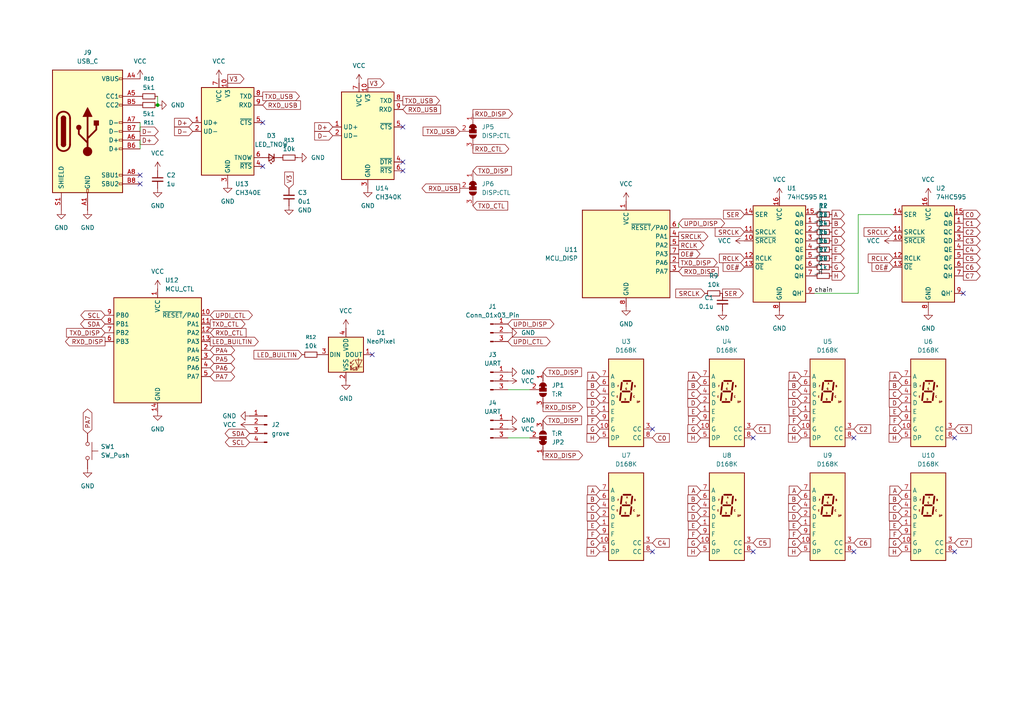
<source format=kicad_sch>
(kicad_sch (version 20250114) (generator "eeschema") (generator_version "9.0")
  (paper "A4")
  (lib_symbols
    (symbol "74xx:74HC595"
      (property "Reference" "U" (at -7.62 13.97 0))
      (property "Value" "74HC595" (at -7.62 -16.51 0))
      (symbol "74HC595_1_0"
        (pin input line (at -10.16 10.16 0) (length 2.54) (name "SER") (number "14"))
        (pin input line (at -10.16 5.08 0) (length 2.54) (name "SRCLK") (number "11"))
        (pin input line (at -10.16 2.54 0) (length 2.54) (name "~{SRCLR}") (number "10"))
        (pin input line (at -10.16 -2.54 0) (length 2.54) (name "RCLK") (number "12"))
        (pin input line (at -10.16 -5.08 0) (length 2.54) (name "~{OE}") (number "13"))
        (pin power_in line (at 0 15.24 270) (length 2.54) (name "VCC") (number "16"))
        (pin power_in line (at 0 -17.78 90) (length 2.54) (name "GND") (number "8"))
        (pin tri_state line (at 10.16 10.16 180) (length 2.54) (name "QA") (number "15"))
        (pin tri_state line (at 10.16 7.62 180) (length 2.54) (name "QB") (number "1"))
        (pin tri_state line (at 10.16 5.08 180) (length 2.54) (name "QC") (number "2"))
        (pin tri_state line (at 10.16 2.54 180) (length 2.54) (name "QD") (number "3"))
        (pin tri_state line (at 10.16 0 180) (length 2.54) (name "QE") (number "4"))
        (pin tri_state line (at 10.16 -2.54 180) (length 2.54) (name "QF") (number "5"))
        (pin tri_state line (at 10.16 -5.08 180) (length 2.54) (name "QG") (number "6"))
        (pin tri_state line (at 10.16 -7.62 180) (length 2.54) (name "QH") (number "7"))
        (pin output line (at 10.16 -12.7 180) (length 2.54) (name "QH'") (number "9"))
      )
    )
    (symbol "Connector:Conn_01x03_Pin" (pin_names (offset 1.016) (hide yes))
      (property "Reference" "J" (at 0 5.08 0))
      (property "Value" "Conn_01x03_Pin" (at 0 -5.08 0))
      (symbol "Conn_01x03_Pin_1_1"
        (pin passive line (at 5.08 2.54 180) (length 3.81) (name "Pin_1") (number "1"))
        (pin passive line (at 5.08 0 180) (length 3.81) (name "Pin_2") (number "2"))
        (pin passive line (at 5.08 -2.54 180) (length 3.81) (name "Pin_3") (number "3"))
      )
    )
    (symbol "Connector:Conn_01x04_Pin" (pin_names (offset 1.016) (hide yes))
      (property "Reference" "J" (at 0 5.08 0))
      (property "Value" "Conn_01x04_Pin" (at 0 -7.62 0))
      (symbol "Conn_01x04_Pin_1_1"
        (pin passive line (at 5.08 2.54 180) (length 3.81) (name "Pin_1") (number "1"))
        (pin passive line (at 5.08 0 180) (length 3.81) (name "Pin_2") (number "2"))
        (pin passive line (at 5.08 -2.54 180) (length 3.81) (name "Pin_3") (number "3"))
        (pin passive line (at 5.08 -5.08 180) (length 3.81) (name "Pin_4") (number "4"))
      )
    )
    (symbol "Connector:USB_C_Receptacle_USB2.0_16P" (pin_names (offset 1.016))
      (property "Reference" "J" (at 0 22.225 0))
      (property "Value" "USB_C_Receptacle_USB2.0_16P" (at 0 19.685 0))
      (symbol "USB_C_Receptacle_USB2.0_16P_1_1"
        (pin passive line (at -7.62 -22.86 90) (length 5.08) (name "SHIELD") (number "S1"))
        (pin passive line (at 0 -22.86 90) (length 5.08) (name "GND") (number "A1"))
        (pin passive line (at 0 -22.86 90) (length 5.08) (hide yes) (name "GND") (number "A12"))
        (pin passive line (at 0 -22.86 90) (length 5.08) (hide yes) (name "GND") (number "B1"))
        (pin passive line (at 0 -22.86 90) (length 5.08) (hide yes) (name "GND") (number "B12"))
        (pin passive line (at 15.24 15.24 180) (length 5.08) (name "VBUS") (number "A4"))
        (pin passive line (at 15.24 15.24 180) (length 5.08) (hide yes) (name "VBUS") (number "A9"))
        (pin passive line (at 15.24 15.24 180) (length 5.08) (hide yes) (name "VBUS") (number "B4"))
        (pin passive line (at 15.24 15.24 180) (length 5.08) (hide yes) (name "VBUS") (number "B9"))
        (pin bidirectional line (at 15.24 10.16 180) (length 5.08) (name "CC1") (number "A5"))
        (pin bidirectional line (at 15.24 7.62 180) (length 5.08) (name "CC2") (number "B5"))
        (pin bidirectional line (at 15.24 2.54 180) (length 5.08) (name "D-") (number "A7"))
        (pin bidirectional line (at 15.24 0 180) (length 5.08) (name "D-") (number "B7"))
        (pin bidirectional line (at 15.24 -2.54 180) (length 5.08) (name "D+") (number "A6"))
        (pin bidirectional line (at 15.24 -5.08 180) (length 5.08) (name "D+") (number "B6"))
        (pin bidirectional line (at 15.24 -12.7 180) (length 5.08) (name "SBU1") (number "A8"))
        (pin bidirectional line (at 15.24 -15.24 180) (length 5.08) (name "SBU2") (number "B8"))
      )
    )
    (symbol "Device:C_Small" (pin_numbers (hide yes)) (pin_names (offset 0.254) (hide yes))
      (property "Reference" "C" (at 0.254 1.778 0))
      (property "Value" "C_Small" (at 0.254 -2.032 0))
      (symbol "C_Small_1_1"
        (pin passive line (at 0 2.54 270) (length 2.032) (name "~") (number "1"))
        (pin passive line (at 0 -2.54 90) (length 2.032) (name "~") (number "2"))
      )
    )
    (symbol "Device:LED_Small" (pin_numbers (hide yes)) (pin_names (offset 0.254) (hide yes))
      (property "Reference" "D" (at -1.27 3.175 0))
      (property "Value" "LED_Small" (at -4.445 -2.54 0))
      (symbol "LED_Small_1_1"
        (pin passive line (at -2.54 0 0) (length 1.778) (name "K") (number "1"))
        (pin passive line (at 2.54 0 180) (length 1.778) (name "A") (number "2"))
      )
    )
    (symbol "Device:R_Small" (pin_numbers (hide yes)) (pin_names (offset 0.254) (hide yes))
      (property "Reference" "R" (at 0.762 0.508 0))
      (property "Value" "R_Small" (at 0.762 -1.016 0))
      (symbol "R_Small_1_1"
        (pin passive line (at 0 2.54 270) (length 0.762) (name "~") (number "1"))
        (pin passive line (at 0 -2.54 90) (length 0.762) (name "~") (number "2"))
      )
    )
    (symbol "Display_Character:D168K"
      (property "Reference" "U" (at -2.54 13.97 0))
      (property "Value" "D168K" (at 1.27 13.97 0))
      (symbol "D168K_0_0"
        (text "E" (at -2.54 1.778 0) (effects (font (size 0.508 0.508))))
        (text "F" (at -2.286 4.826 0) (effects (font (size 0.508 0.508))))
        (text "D" (at -0.254 1.016 0) (effects (font (size 0.508 0.508))))
        (text "G" (at 0 4.064 0) (effects (font (size 0.508 0.508))))
        (text "A" (at 0.254 5.588 0) (effects (font (size 0.508 0.508))))
        (text "C" (at 2.286 1.778 0) (effects (font (size 0.508 0.508))))
        (text "B" (at 2.54 4.826 0) (effects (font (size 0.508 0.508))))
        (text "DP" (at 3.556 0.254 0) (effects (font (size 0.508 0.508))))
      )
      (symbol "D168K_1_1"
        (pin input line (at -7.62 7.62 0) (length 2.54) (name "A") (number "7"))
        (pin input line (at -7.62 5.08 0) (length 2.54) (name "B") (number "6"))
        (pin input line (at -7.62 2.54 0) (length 2.54) (name "C") (number "4"))
        (pin input line (at -7.62 0 0) (length 2.54) (name "D") (number "2"))
        (pin input line (at -7.62 -2.54 0) (length 2.54) (name "E") (number "1"))
        (pin input line (at -7.62 -5.08 0) (length 2.54) (name "F") (number "9"))
        (pin input line (at -7.62 -7.62 0) (length 2.54) (name "G") (number "10"))
        (pin input line (at -7.62 -10.16 0) (length 2.54) (name "DP") (number "5"))
        (pin input line (at 7.62 -7.62 180) (length 2.54) (name "CC") (number "3"))
        (pin input line (at 7.62 -10.16 180) (length 2.54) (name "CC") (number "8"))
      )
    )
    (symbol "Interface_USB:CH340E"
      (property "Reference" "U" (at -5.08 13.97 0))
      (property "Value" "CH340E" (at 1.27 13.97 0))
      (symbol "CH340E_1_1"
        (pin bidirectional line (at -10.16 2.54 0) (length 2.54) (name "UD+") (number "1"))
        (pin bidirectional line (at -10.16 0 0) (length 2.54) (name "UD-") (number "2"))
        (pin power_in line (at -2.54 15.24 270) (length 2.54) (name "VCC") (number "7"))
        (pin power_out line (at 0 15.24 270) (length 2.54) (name "V3") (number "10"))
        (pin power_in line (at 0 -15.24 90) (length 2.54) (name "GND") (number "3"))
        (pin output line (at 10.16 10.16 180) (length 2.54) (name "TXD") (number "8"))
        (pin input line (at 10.16 7.62 180) (length 2.54) (name "RXD") (number "9"))
        (pin input line (at 10.16 2.54 180) (length 2.54) (name "~{CTS}") (number "5"))
        (pin output line (at 10.16 -7.62 180) (length 2.54) (name "TNOW") (number "6"))
        (pin output line (at 10.16 -10.16 180) (length 2.54) (name "~{RTS}") (number "4"))
      )
    )
    (symbol "Interface_USB:CH340K"
      (property "Reference" "U14" (at 2.1433 -15.24 0))
      (property "Value" "CH340K" (at 2.1433 -17.78 0))
      (symbol "CH340K_1_1"
        (pin bidirectional line (at -10.16 2.54 0) (length 2.54) (name "UD+") (number "1"))
        (pin bidirectional line (at -10.16 0 0) (length 2.54) (name "UD-") (number "2"))
        (pin power_in line (at -2.54 15.24 270) (length 2.54) (name "VCC") (number "7"))
        (pin passive line (at 0 15.24 270) (length 2.54) (name "V3") (number "10"))
        (pin power_in line (at 0 -15.24 90) (length 2.54) (name "GND") (number "3"))
        (pin output line (at 10.16 10.16 180) (length 2.54) (name "TXD") (number "8"))
        (pin input line (at 10.16 7.62 180) (length 2.54) (name "RXD") (number "9"))
        (pin input line (at 10.16 2.54 180) (length 2.54) (name "~{CTS}") (number "5"))
        (pin output line (at 10.16 -7.62 180) (length 2.54) (name "~{DTR}") (number "4"))
        (pin output line (at 10.16 -10.16 180) (length 2.54) (name "~{RTS}") (number "6"))
      )
    )
    (symbol "Jumper:SolderJumper_3_Bridged12" (pin_names (offset 0) (hide yes)) (in_bom no)
      (property "Reference" "JP" (at -2.54 -2.54 0))
      (property "Value" "SolderJumper_3_Bridged12" (at 0 2.794 0))
      (symbol "SolderJumper_3_Bridged12_1_1"
        (pin passive line (at -5.08 0 0) (length 2.54) (name "A") (number "1"))
        (pin passive line (at 0 -3.81 90) (length 2.54) (name "C") (number "2"))
        (pin passive line (at 5.08 0 180) (length 2.54) (name "B") (number "3"))
      )
    )
    (symbol "LED:WS2812B-2020" (pin_names (offset 0.254))
      (property "Reference" "D" (at 5.08 5.715 0))
      (property "Value" "WS2812B-2020" (at 1.27 -5.715 0))
      (symbol "WS2812B-2020_0_0"
        (text "RGB" (at 2.286 -4.191 0) (effects (font (size 0.762 0.762))))
      )
      (symbol "WS2812B-2020_1_1"
        (pin input line (at -7.62 0 0) (length 2.54) (name "DIN") (number "3"))
        (pin power_in line (at 0 7.62 270) (length 2.54) (name "VDD") (number "4"))
        (pin power_in line (at 0 -7.62 90) (length 2.54) (name "VSS") (number "2"))
        (pin output line (at 7.62 0 180) (length 2.54) (name "DOUT") (number "1"))
      )
    )
    (symbol "MCU_Microchip_ATtiny:ATtiny1604-SS"
      (property "Reference" "U" (at -12.7 16.51 0))
      (property "Value" "ATtiny1604-SS" (at 2.54 -16.51 0))
      (symbol "ATtiny1604-SS_1_1"
        (pin bidirectional line (at -15.24 10.16 0) (length 2.54) (name "PB0") (number "9"))
        (pin bidirectional line (at -15.24 7.62 0) (length 2.54) (name "PB1") (number "8"))
        (pin bidirectional line (at -15.24 5.08 0) (length 2.54) (name "PB2") (number "7"))
        (pin bidirectional line (at -15.24 2.54 0) (length 2.54) (name "PB3") (number "6"))
        (pin power_in line (at 0 17.78 270) (length 2.54) (name "VCC") (number "1"))
        (pin power_in line (at 0 -17.78 90) (length 2.54) (name "GND") (number "14"))
        (pin bidirectional line (at 15.24 10.16 180) (length 2.54) (name "~{RESET}/PA0") (number "10"))
        (pin bidirectional line (at 15.24 7.62 180) (length 2.54) (name "PA1") (number "11"))
        (pin bidirectional line (at 15.24 5.08 180) (length 2.54) (name "PA2") (number "12"))
        (pin bidirectional line (at 15.24 2.54 180) (length 2.54) (name "PA3") (number "13"))
        (pin bidirectional line (at 15.24 0 180) (length 2.54) (name "PA4") (number "2"))
        (pin bidirectional line (at 15.24 -2.54 180) (length 2.54) (name "PA5") (number "3"))
        (pin bidirectional line (at 15.24 -5.08 180) (length 2.54) (name "PA6") (number "4"))
        (pin bidirectional line (at 15.24 -7.62 180) (length 2.54) (name "PA7") (number "5"))
      )
    )
    (symbol "MCU_Microchip_ATtiny:ATtiny402-SS"
      (property "Reference" "U" (at -12.7 13.97 0))
      (property "Value" "ATtiny402-SS" (at 2.54 -13.97 0))
      (symbol "ATtiny402-SS_1_1"
        (pin power_in line (at 0 15.24 270) (length 2.54) (name "VCC") (number "1"))
        (pin power_in line (at 0 -15.24 90) (length 2.54) (name "GND") (number "8"))
        (pin bidirectional line (at 15.24 7.62 180) (length 2.54) (name "~{RESET}/PA0") (number "6"))
        (pin bidirectional line (at 15.24 5.08 180) (length 2.54) (name "PA1") (number "4"))
        (pin bidirectional line (at 15.24 2.54 180) (length 2.54) (name "PA2") (number "5"))
        (pin bidirectional line (at 15.24 0 180) (length 2.54) (name "PA3") (number "7"))
        (pin bidirectional line (at 15.24 -2.54 180) (length 2.54) (name "PA6") (number "2"))
        (pin bidirectional line (at 15.24 -5.08 180) (length 2.54) (name "PA7") (number "3"))
      )
    )
    (symbol "R_Small_1" (pin_numbers (hide yes)) (pin_names (offset 0.254) (hide yes))
      (property "Reference" "R" (at 0 0 90))
      (property "Value" "R_Small" (at 1.778 0 90))
      (symbol "R_Small_1_1_1"
        (pin passive line (at 0 2.54 270) (length 0.762) (name "~") (number "1"))
        (pin passive line (at 0 -2.54 90) (length 0.762) (name "~") (number "2"))
      )
    )
    (symbol "R_Small_2" (pin_numbers (hide yes)) (pin_names (offset 0.254) (hide yes))
      (property "Reference" "R" (at 0 0 90))
      (property "Value" "R_Small" (at 1.778 0 90))
      (symbol "R_Small_2_1_1"
        (pin passive line (at 0 2.54 270) (length 0.762) (name "~") (number "1"))
        (pin passive line (at 0 -2.54 90) (length 0.762) (name "~") (number "2"))
      )
    )
    (symbol "Switch:SW_Push" (pin_numbers (hide yes)) (pin_names (offset 1.016) (hide yes))
      (property "Reference" "SW" (at 1.27 2.54 0))
      (property "Value" "SW_Push" (at 0 -1.524 0))
      (symbol "SW_Push_0_1"
        (pin passive line (at -5.08 0 0) (length 2.54) (name "1") (number "1"))
        (pin passive line (at 5.08 0 180) (length 2.54) (name "2") (number "2"))
      )
    )
    (symbol "power:GND" (power) (pin_numbers (hide yes)) (pin_names (offset 0) (hide yes))
      (property "Value" "GND" (at 0 -3.81 0))
      (symbol "GND_1_1"
        (pin power_in line (at 0 0 270) (length 0) (name "~") (number "1"))
      )
    )
    (symbol "power:VCC" (power) (pin_numbers (hide yes)) (pin_names (offset 0) (hide yes))
      (property "Value" "VCC" (at 0 3.556 0))
      (symbol "VCC_1_1"
        (pin power_in line (at 0 0 90) (length 0) (name "~") (number "1"))
      )
    )
  )
  (junction (at 45.72 30.48))
  (no_connect (at 116.84 46.99))
  (no_connect (at 116.84 36.83))
  (no_connect (at 218.44 127))
  (no_connect (at 189.23 160.02))
  (no_connect (at 116.84 49.53))
  (no_connect (at 276.86 127))
  (no_connect (at 76.2 48.26))
  (no_connect (at 247.65 160.02))
  (no_connect (at 279.4 85.09))
  (no_connect (at 76.2 35.56))
  (no_connect (at 40.64 50.8))
  (no_connect (at 247.65 127))
  (no_connect (at 40.64 53.34))
  (no_connect (at 189.23 124.46))
  (no_connect (at 276.86 160.02))
  (no_connect (at 107.95 102.87))
  (no_connect (at 218.44 160.02))
  (wire (pts (xy 196.85 64.77) (xy 196.85 66.04)))
  (wire (pts (xy 45.72 27.94) (xy 45.72 30.48)))
  (wire (pts (xy 147.32 113.03) (xy 153.67 113.03)))
  (wire (pts (xy 259.08 62.23) (xy 248.92 62.23)))
  (wire (pts (xy 147.32 127) (xy 153.67 127)))
  (wire (pts (xy 236.22 85.09) (xy 248.92 85.09)))
  (wire (pts (xy 40.64 35.56) (xy 40.64 38.1)))
  (wire (pts (xy 248.92 62.23) (xy 248.92 85.09)))
  (wire (pts (xy 40.64 40.64) (xy 40.64 43.18)))
  (label "_A" (at 236.22 62.23 0))
  (label "_D" (at 236.22 69.85 0))
  (label "_G" (at 236.22 77.47 0))
  (label "_C" (at 236.22 67.31 0))
  (label "_F" (at 236.22 74.93 0))
  (label "chain" (at 236.22 85.09 0))
  (label "_E" (at 236.22 72.39 0))
  (label "_B" (at 236.22 64.77 0))
  (label "_H" (at 236.22 80.01 0))
  (global_label "C" (shape input) (at 261.62 114.3 180) (property "Intersheetrefs" "${INTERSHEET_REFS}" (effects (hide yes))))
  (global_label "E" (shape output) (at 241.3 72.39 0) (property "Intersheetrefs" "${INTERSHEET_REFS}" (effects (hide yes))))
  (global_label "C3" (shape input) (at 276.86 124.46 0) (property "Intersheetrefs" "${INTERSHEET_REFS}" (effects (hide yes))))
  (global_label "G" (shape input) (at 173.99 157.48 180) (property "Intersheetrefs" "${INTERSHEET_REFS}" (effects (hide yes))))
  (global_label "G" (shape input) (at 203.2 157.48 180) (property "Intersheetrefs" "${INTERSHEET_REFS}" (effects (hide yes))))
  (global_label "C" (shape output) (at 241.3 67.31 0) (property "Intersheetrefs" "${INTERSHEET_REFS}" (effects (hide yes))))
  (global_label "OE#" (shape input) (at 259.08 77.47 180) (property "Intersheetrefs" "${INTERSHEET_REFS}" (effects (hide yes))))
  (global_label "TXD_DISP" (shape input) (at 157.48 121.92 0) (property "Intersheetrefs" "${INTERSHEET_REFS}" (effects (hide yes))))
  (global_label "H" (shape output) (at 241.3 80.01 0) (property "Intersheetrefs" "${INTERSHEET_REFS}" (effects (hide yes))))
  (global_label "H" (shape input) (at 173.99 127 180) (property "Intersheetrefs" "${INTERSHEET_REFS}" (effects (hide yes))))
  (global_label "C2" (shape output) (at 279.4 67.31 0) (property "Intersheetrefs" "${INTERSHEET_REFS}" (effects (hide yes))))
  (global_label "TXD_USB" (shape input) (at 133.35 38.1 180) (property "Intersheetrefs" "${INTERSHEET_REFS}" (effects (hide yes))))
  (global_label "G" (shape input) (at 203.2 124.46 180) (property "Intersheetrefs" "${INTERSHEET_REFS}" (effects (hide yes))))
  (global_label "C1" (shape output) (at 279.4 64.77 0) (property "Intersheetrefs" "${INTERSHEET_REFS}" (effects (hide yes))))
  (global_label "E" (shape input) (at 232.41 119.38 180) (property "Intersheetrefs" "${INTERSHEET_REFS}" (effects (hide yes))))
  (global_label "D+" (shape output) (at 40.64 40.64 0) (property "Intersheetrefs" "${INTERSHEET_REFS}" (effects (hide yes))))
  (global_label "RXD_DISP" (shape output) (at 157.48 132.08 0) (property "Intersheetrefs" "${INTERSHEET_REFS}" (effects (hide yes))))
  (global_label "LED_BUILTIN" (shape output) (at 60.96 99.06 0) (property "Intersheetrefs" "${INTERSHEET_REFS}" (effects (hide yes))))
  (global_label "V3" (shape output) (at 66.04 22.86 0) (property "Intersheetrefs" "${INTERSHEET_REFS}" (effects (hide yes))))
  (global_label "C6" (shape output) (at 279.4 77.47 0) (property "Intersheetrefs" "${INTERSHEET_REFS}" (effects (hide yes))))
  (global_label "UPDI_CTL" (shape bidirectional) (at 147.32 99.06 0) (property "Intersheetrefs" "${INTERSHEET_REFS}" (effects (hide yes))))
  (global_label "D-" (shape input) (at 96.52 39.37 180) (property "Intersheetrefs" "${INTERSHEET_REFS}" (effects (hide yes))))
  (global_label "E" (shape input) (at 173.99 152.4 180) (property "Intersheetrefs" "${INTERSHEET_REFS}" (effects (hide yes))))
  (global_label "C1" (shape input) (at 218.44 124.46 0) (property "Intersheetrefs" "${INTERSHEET_REFS}" (effects (hide yes))))
  (global_label "RXD_USB" (shape input) (at 116.84 31.75 0) (property "Intersheetrefs" "${INTERSHEET_REFS}" (effects (hide yes))))
  (global_label "TXD_DISP" (shape input) (at 157.48 107.95 0) (property "Intersheetrefs" "${INTERSHEET_REFS}" (effects (hide yes))))
  (global_label "H" (shape input) (at 261.62 160.02 180) (property "Intersheetrefs" "${INTERSHEET_REFS}" (effects (hide yes))))
  (global_label "SER" (shape input) (at 215.9 62.23 180) (property "Intersheetrefs" "${INTERSHEET_REFS}" (effects (hide yes))))
  (global_label "SER" (shape output) (at 209.55 85.09 0) (property "Intersheetrefs" "${INTERSHEET_REFS}" (effects (hide yes))))
  (global_label "RCLK" (shape input) (at 259.08 74.93 180) (property "Intersheetrefs" "${INTERSHEET_REFS}" (effects (hide yes))))
  (global_label "C2" (shape input) (at 247.65 124.46 0) (property "Intersheetrefs" "${INTERSHEET_REFS}" (effects (hide yes))))
  (global_label "B" (shape input) (at 232.41 144.78 180) (property "Intersheetrefs" "${INTERSHEET_REFS}" (effects (hide yes))))
  (global_label "B" (shape input) (at 261.62 144.78 180) (property "Intersheetrefs" "${INTERSHEET_REFS}" (effects (hide yes))))
  (global_label "V3" (shape input) (at 83.82 54.61 90) (property "Intersheetrefs" "${INTERSHEET_REFS}" (effects (hide yes))))
  (global_label "D" (shape input) (at 173.99 116.84 180) (property "Intersheetrefs" "${INTERSHEET_REFS}" (effects (hide yes))))
  (global_label "C" (shape input) (at 203.2 147.32 180) (property "Intersheetrefs" "${INTERSHEET_REFS}" (effects (hide yes))))
  (global_label "C5" (shape input) (at 218.44 157.48 0) (property "Intersheetrefs" "${INTERSHEET_REFS}" (effects (hide yes))))
  (global_label "G" (shape output) (at 241.3 77.47 0) (property "Intersheetrefs" "${INTERSHEET_REFS}" (effects (hide yes))))
  (global_label "B" (shape input) (at 232.41 111.76 180) (property "Intersheetrefs" "${INTERSHEET_REFS}" (effects (hide yes))))
  (global_label "RXD_USB" (shape output) (at 133.35 54.61 180) (property "Intersheetrefs" "${INTERSHEET_REFS}" (effects (hide yes))))
  (global_label "TXD_DISP" (shape output) (at 196.85 76.2 0) (property "Intersheetrefs" "${INTERSHEET_REFS}" (effects (hide yes))))
  (global_label "G" (shape input) (at 261.62 124.46 180) (property "Intersheetrefs" "${INTERSHEET_REFS}" (effects (hide yes))))
  (global_label "F" (shape input) (at 203.2 121.92 180) (property "Intersheetrefs" "${INTERSHEET_REFS}" (effects (hide yes))))
  (global_label "UPDI_DISP" (shape bidirectional) (at 147.32 93.98 0) (property "Intersheetrefs" "${INTERSHEET_REFS}" (effects (hide yes))))
  (global_label "D" (shape input) (at 203.2 149.86 180) (property "Intersheetrefs" "${INTERSHEET_REFS}" (effects (hide yes))))
  (global_label "D+" (shape input) (at 96.52 36.83 180) (property "Intersheetrefs" "${INTERSHEET_REFS}" (effects (hide yes))))
  (global_label "D" (shape input) (at 261.62 149.86 180) (property "Intersheetrefs" "${INTERSHEET_REFS}" (effects (hide yes))))
  (global_label "C" (shape input) (at 261.62 147.32 180) (property "Intersheetrefs" "${INTERSHEET_REFS}" (effects (hide yes))))
  (global_label "D-" (shape output) (at 40.64 38.1 0) (property "Intersheetrefs" "${INTERSHEET_REFS}" (effects (hide yes))))
  (global_label "RCLK" (shape output) (at 196.85 71.12 0) (property "Intersheetrefs" "${INTERSHEET_REFS}" (effects (hide yes))))
  (global_label "C" (shape input) (at 203.2 114.3 180) (property "Intersheetrefs" "${INTERSHEET_REFS}" (effects (hide yes))))
  (global_label "TXD_USB" (shape output) (at 76.2 27.94 0) (property "Intersheetrefs" "${INTERSHEET_REFS}" (effects (hide yes))))
  (global_label "A" (shape input) (at 232.41 142.24 180) (property "Intersheetrefs" "${INTERSHEET_REFS}" (effects (hide yes))))
  (global_label "RXD_USB" (shape input) (at 76.2 30.48 0) (property "Intersheetrefs" "${INTERSHEET_REFS}" (effects (hide yes))))
  (global_label "B" (shape input) (at 173.99 111.76 180) (property "Intersheetrefs" "${INTERSHEET_REFS}" (effects (hide yes))))
  (global_label "PA6" (shape bidirectional) (at 60.96 106.68 0) (property "Intersheetrefs" "${INTERSHEET_REFS}" (effects (hide yes))))
  (global_label "RXD_DISP" (shape output) (at 137.16 33.02 0) (property "Intersheetrefs" "${INTERSHEET_REFS}" (effects (hide yes))))
  (global_label "UPDI_CTL" (shape bidirectional) (at 60.96 91.44 0) (property "Intersheetrefs" "${INTERSHEET_REFS}" (effects (hide yes))))
  (global_label "TXD_DISP" (shape input) (at 137.16 49.53 0) (property "Intersheetrefs" "${INTERSHEET_REFS}" (effects (hide yes))))
  (global_label "SDA" (shape bidirectional) (at 30.48 93.98 180) (property "Intersheetrefs" "${INTERSHEET_REFS}" (effects (hide yes))))
  (global_label "D-" (shape input) (at 55.88 38.1 180) (property "Intersheetrefs" "${INTERSHEET_REFS}" (effects (hide yes))))
  (global_label "E" (shape input) (at 261.62 152.4 180) (property "Intersheetrefs" "${INTERSHEET_REFS}" (effects (hide yes))))
  (global_label "PA4" (shape bidirectional) (at 60.96 101.6 0) (property "Intersheetrefs" "${INTERSHEET_REFS}" (effects (hide yes))))
  (global_label "RXD_DISP" (shape output) (at 157.48 118.11 0) (property "Intersheetrefs" "${INTERSHEET_REFS}" (effects (hide yes))))
  (global_label "RCLK" (shape input) (at 215.9 74.93 180) (property "Intersheetrefs" "${INTERSHEET_REFS}" (effects (hide yes))))
  (global_label "D+" (shape input) (at 55.88 35.56 180) (property "Intersheetrefs" "${INTERSHEET_REFS}" (effects (hide yes))))
  (global_label "TXD_USB" (shape output) (at 116.84 29.21 0) (property "Intersheetrefs" "${INTERSHEET_REFS}" (effects (hide yes))))
  (global_label "D" (shape input) (at 232.41 116.84 180) (property "Intersheetrefs" "${INTERSHEET_REFS}" (effects (hide yes))))
  (global_label "F" (shape output) (at 241.3 74.93 0) (property "Intersheetrefs" "${INTERSHEET_REFS}" (effects (hide yes))))
  (global_label "C4" (shape output) (at 279.4 72.39 0) (property "Intersheetrefs" "${INTERSHEET_REFS}" (effects (hide yes))))
  (global_label "H" (shape input) (at 232.41 160.02 180) (property "Intersheetrefs" "${INTERSHEET_REFS}" (effects (hide yes))))
  (global_label "H" (shape input) (at 232.41 127 180) (property "Intersheetrefs" "${INTERSHEET_REFS}" (effects (hide yes))))
  (global_label "F" (shape input) (at 232.41 154.94 180) (property "Intersheetrefs" "${INTERSHEET_REFS}" (effects (hide yes))))
  (global_label "PA7" (shape bidirectional) (at 60.96 109.22 0) (property "Intersheetrefs" "${INTERSHEET_REFS}" (effects (hide yes))))
  (global_label "A" (shape input) (at 203.2 109.22 180) (property "Intersheetrefs" "${INTERSHEET_REFS}" (effects (hide yes))))
  (global_label "SDA" (shape bidirectional) (at 72.39 125.73 180) (property "Intersheetrefs" "${INTERSHEET_REFS}" (effects (hide yes))))
  (global_label "D" (shape input) (at 173.99 149.86 180) (property "Intersheetrefs" "${INTERSHEET_REFS}" (effects (hide yes))))
  (global_label "SRCLK" (shape input) (at 204.47 85.09 180) (property "Intersheetrefs" "${INTERSHEET_REFS}" (effects (hide yes))))
  (global_label "B" (shape output) (at 241.3 64.77 0) (property "Intersheetrefs" "${INTERSHEET_REFS}" (effects (hide yes))))
  (global_label "C" (shape input) (at 173.99 114.3 180) (property "Intersheetrefs" "${INTERSHEET_REFS}" (effects (hide yes))))
  (global_label "RXD_CTL" (shape input) (at 60.96 96.52 0) (property "Intersheetrefs" "${INTERSHEET_REFS}" (effects (hide yes))))
  (global_label "E" (shape input) (at 261.62 119.38 180) (property "Intersheetrefs" "${INTERSHEET_REFS}" (effects (hide yes))))
  (global_label "C5" (shape output) (at 279.4 74.93 0) (property "Intersheetrefs" "${INTERSHEET_REFS}" (effects (hide yes))))
  (global_label "RXD_CTL" (shape output) (at 137.16 43.18 0) (property "Intersheetrefs" "${INTERSHEET_REFS}" (effects (hide yes))))
  (global_label "C0" (shape input) (at 189.23 127 0) (property "Intersheetrefs" "${INTERSHEET_REFS}" (effects (hide yes))))
  (global_label "F" (shape input) (at 232.41 121.92 180) (property "Intersheetrefs" "${INTERSHEET_REFS}" (effects (hide yes))))
  (global_label "E" (shape input) (at 173.99 119.38 180) (property "Intersheetrefs" "${INTERSHEET_REFS}" (effects (hide yes))))
  (global_label "SRCLK" (shape input) (at 215.9 67.31 180) (property "Intersheetrefs" "${INTERSHEET_REFS}" (effects (hide yes))))
  (global_label "A" (shape output) (at 241.3 62.23 0) (property "Intersheetrefs" "${INTERSHEET_REFS}" (effects (hide yes))))
  (global_label "C7" (shape output) (at 279.4 80.01 0) (property "Intersheetrefs" "${INTERSHEET_REFS}" (effects (hide yes))))
  (global_label "A" (shape input) (at 173.99 109.22 180) (property "Intersheetrefs" "${INTERSHEET_REFS}" (effects (hide yes))))
  (global_label "C" (shape input) (at 232.41 147.32 180) (property "Intersheetrefs" "${INTERSHEET_REFS}" (effects (hide yes))))
  (global_label "D" (shape output) (at 241.3 69.85 0) (property "Intersheetrefs" "${INTERSHEET_REFS}" (effects (hide yes))))
  (global_label "F" (shape input) (at 203.2 154.94 180) (property "Intersheetrefs" "${INTERSHEET_REFS}" (effects (hide yes))))
  (global_label "A" (shape input) (at 261.62 109.22 180) (property "Intersheetrefs" "${INTERSHEET_REFS}" (effects (hide yes))))
  (global_label "SCL" (shape bidirectional) (at 30.48 91.44 180) (property "Intersheetrefs" "${INTERSHEET_REFS}" (effects (hide yes))))
  (global_label "D" (shape input) (at 203.2 116.84 180) (property "Intersheetrefs" "${INTERSHEET_REFS}" (effects (hide yes))))
  (global_label "C6" (shape input) (at 247.65 157.48 0) (property "Intersheetrefs" "${INTERSHEET_REFS}" (effects (hide yes))))
  (global_label "E" (shape input) (at 232.41 152.4 180) (property "Intersheetrefs" "${INTERSHEET_REFS}" (effects (hide yes))))
  (global_label "H" (shape input) (at 203.2 127 180) (property "Intersheetrefs" "${INTERSHEET_REFS}" (effects (hide yes))))
  (global_label "A" (shape input) (at 203.2 142.24 180) (property "Intersheetrefs" "${INTERSHEET_REFS}" (effects (hide yes))))
  (global_label "TXD_CTL" (shape input) (at 137.16 59.69 0) (property "Intersheetrefs" "${INTERSHEET_REFS}" (effects (hide yes))))
  (global_label "H" (shape input) (at 261.62 127 180) (property "Intersheetrefs" "${INTERSHEET_REFS}" (effects (hide yes))))
  (global_label "D" (shape input) (at 232.41 149.86 180) (property "Intersheetrefs" "${INTERSHEET_REFS}" (effects (hide yes))))
  (global_label "B" (shape input) (at 203.2 111.76 180) (property "Intersheetrefs" "${INTERSHEET_REFS}" (effects (hide yes))))
  (global_label "C4" (shape input) (at 189.23 157.48 0) (property "Intersheetrefs" "${INTERSHEET_REFS}" (effects (hide yes))))
  (global_label "E" (shape input) (at 203.2 152.4 180) (property "Intersheetrefs" "${INTERSHEET_REFS}" (effects (hide yes))))
  (global_label "RXD_DISP" (shape output) (at 30.48 99.06 180) (property "Intersheetrefs" "${INTERSHEET_REFS}" (effects (hide yes))))
  (global_label "OE#" (shape input) (at 215.9 77.47 180) (property "Intersheetrefs" "${INTERSHEET_REFS}" (effects (hide yes))))
  (global_label "G" (shape input) (at 232.41 157.48 180) (property "Intersheetrefs" "${INTERSHEET_REFS}" (effects (hide yes))))
  (global_label "E" (shape input) (at 203.2 119.38 180) (property "Intersheetrefs" "${INTERSHEET_REFS}" (effects (hide yes))))
  (global_label "B" (shape input) (at 173.99 144.78 180) (property "Intersheetrefs" "${INTERSHEET_REFS}" (effects (hide yes))))
  (global_label "A" (shape input) (at 232.41 109.22 180) (property "Intersheetrefs" "${INTERSHEET_REFS}" (effects (hide yes))))
  (global_label "G" (shape input) (at 261.62 157.48 180) (property "Intersheetrefs" "${INTERSHEET_REFS}" (effects (hide yes))))
  (global_label "TXD_CTL" (shape output) (at 60.96 93.98 0) (property "Intersheetrefs" "${INTERSHEET_REFS}" (effects (hide yes))))
  (global_label "PA7" (shape bidirectional) (at 25.4 125.73 90) (property "Intersheetrefs" "${INTERSHEET_REFS}" (effects (hide yes))))
  (global_label "H" (shape input) (at 203.2 160.02 180) (property "Intersheetrefs" "${INTERSHEET_REFS}" (effects (hide yes))))
  (global_label "B" (shape input) (at 203.2 144.78 180) (property "Intersheetrefs" "${INTERSHEET_REFS}" (effects (hide yes))))
  (global_label "SRCLK" (shape input) (at 259.08 67.31 180) (property "Intersheetrefs" "${INTERSHEET_REFS}" (effects (hide yes))))
  (global_label "G" (shape input) (at 173.99 124.46 180) (property "Intersheetrefs" "${INTERSHEET_REFS}" (effects (hide yes))))
  (global_label "OE#" (shape output) (at 196.85 73.66 0) (property "Intersheetrefs" "${INTERSHEET_REFS}" (effects (hide yes))))
  (global_label "C3" (shape output) (at 279.4 69.85 0) (property "Intersheetrefs" "${INTERSHEET_REFS}" (effects (hide yes))))
  (global_label "SRCLK" (shape output) (at 196.85 68.58 0) (property "Intersheetrefs" "${INTERSHEET_REFS}" (effects (hide yes))))
  (global_label "B" (shape input) (at 261.62 111.76 180) (property "Intersheetrefs" "${INTERSHEET_REFS}" (effects (hide yes))))
  (global_label "C" (shape input) (at 173.99 147.32 180) (property "Intersheetrefs" "${INTERSHEET_REFS}" (effects (hide yes))))
  (global_label "V3" (shape output) (at 106.68 24.13 0) (property "Intersheetrefs" "${INTERSHEET_REFS}" (effects (hide yes))))
  (global_label "C7" (shape input) (at 276.86 157.48 0) (property "Intersheetrefs" "${INTERSHEET_REFS}" (effects (hide yes))))
  (global_label "G" (shape input) (at 232.41 124.46 180) (property "Intersheetrefs" "${INTERSHEET_REFS}" (effects (hide yes))))
  (global_label "A" (shape input) (at 173.99 142.24 180) (property "Intersheetrefs" "${INTERSHEET_REFS}" (effects (hide yes))))
  (global_label "LED_BUILTIN" (shape input) (at 87.63 102.87 180) (property "Intersheetrefs" "${INTERSHEET_REFS}" (effects (hide yes))))
  (global_label "C0" (shape output) (at 279.4 62.23 0) (property "Intersheetrefs" "${INTERSHEET_REFS}" (effects (hide yes))))
  (global_label "C" (shape input) (at 232.41 114.3 180) (property "Intersheetrefs" "${INTERSHEET_REFS}" (effects (hide yes))))
  (global_label "F" (shape input) (at 173.99 154.94 180) (property "Intersheetrefs" "${INTERSHEET_REFS}" (effects (hide yes))))
  (global_label "D" (shape input) (at 261.62 116.84 180) (property "Intersheetrefs" "${INTERSHEET_REFS}" (effects (hide yes))))
  (global_label "PA5" (shape bidirectional) (at 60.96 104.14 0) (property "Intersheetrefs" "${INTERSHEET_REFS}" (effects (hide yes))))
  (global_label "UPDI_DISP" (shape bidirectional) (at 196.85 64.77 0) (property "Intersheetrefs" "${INTERSHEET_REFS}" (effects (hide yes))))
  (global_label "F" (shape input) (at 173.99 121.92 180) (property "Intersheetrefs" "${INTERSHEET_REFS}" (effects (hide yes))))
  (global_label "F" (shape input) (at 261.62 154.94 180) (property "Intersheetrefs" "${INTERSHEET_REFS}" (effects (hide yes))))
  (global_label "H" (shape input) (at 173.99 160.02 180) (property "Intersheetrefs" "${INTERSHEET_REFS}" (effects (hide yes))))
  (global_label "A" (shape input) (at 261.62 142.24 180) (property "Intersheetrefs" "${INTERSHEET_REFS}" (effects (hide yes))))
  (global_label "SCL" (shape bidirectional) (at 72.39 128.27 180) (property "Intersheetrefs" "${INTERSHEET_REFS}" (effects (hide yes))))
  (global_label "TXD_DISP" (shape input) (at 30.48 96.52 180) (property "Intersheetrefs" "${INTERSHEET_REFS}" (effects (hide yes))))
  (global_label "RXD_DISP" (shape input) (at 196.85 78.74 0) (property "Intersheetrefs" "${INTERSHEET_REFS}" (effects (hide yes))))
  (global_label "F" (shape input) (at 261.62 121.92 180) (property "Intersheetrefs" "${INTERSHEET_REFS}" (effects (hide yes))))
  (symbol (lib_id "Device:R_Small") (at 238.76 62.23 90) (unit 1)
    (property "Reference" "R1" (at 238.76 57.15 90))
    (property "Value" "1k" (at 238.76 59.69 90))
    (property "Footprint" "Resistor_SMD:R_0603_1608Metric" (effects (hide yes)))
    (property "Description" "Resistor, small symbol" (effects (hide yes)))
  )
  (symbol (lib_name "R_Small_1") (lib_id "Device:R_Small") (at 43.18 27.94 90) (unit 1)
    (property "Reference" "R10" (at 43.18 22.86 90) (effects (font (size 1.016 1.016))))
    (property "Value" "5k1" (at 43.18 25.4 90))
    (property "Footprint" "Resistor_SMD:R_0603_1608Metric" (effects (hide yes)))
    (property "Description" "Resistor, small symbol" (effects (hide yes)))
  )
  (symbol (lib_id "Device:R_Small") (at 238.76 77.47 90) (unit 1)
    (property "Reference" "R7" (at 238.76 72.39 90))
    (property "Value" "1k" (at 238.76 74.93 90))
    (property "Footprint" "Resistor_SMD:R_0603_1608Metric" (effects (hide yes)))
    (property "Description" "Resistor, small symbol" (effects (hide yes)))
  )
  (symbol (lib_id "Device:LED_Small") (at 78.74 45.72 180) (unit 1)
    (property "Reference" "D3" (at 78.6765 39.37 0))
    (property "Value" "LED_TNOW" (at 78.6765 41.91 0))
    (property "Footprint" "LED_SMD:LED_0603_1608Metric" (effects (hide yes)))
    (property "Description" "Light emitting diode, small symbol" (effects (hide yes)))
    (property "Sim.Pin" "1=K 2=A" (effects (hide yes)))
  )
  (symbol (lib_id "power:GND") (at 106.68 54.61 0) (unit 1)
    (property "Reference" "#PWR040" (effects (hide yes)))
    (property "Value" "GND" (at 106.68 59.69 0))
    (property "Description" "Power symbol creates a global label with name \"GND\" , ground" (effects (hide yes)))
  )
  (symbol (lib_id "Device:C_Small") (at 209.55 87.63 0) (mirror y) (unit 1)
    (property "Reference" "C1" (at 207.01 86.3662 0) (effects (justify left)))
    (property "Value" "0.1u" (at 207.01 88.9062 0) (effects (justify left)))
    (property "Footprint" "Capacitor_SMD:C_0603_1608Metric" (effects (hide yes)))
    (property "Description" "Unpolarized capacitor, small symbol" (effects (hide yes)))
  )
  (symbol (lib_id "Device:R_Small") (at 238.76 69.85 90) (unit 1)
    (property "Reference" "R4" (at 238.76 64.77 90))
    (property "Value" "1k" (at 238.76 67.31 90))
    (property "Footprint" "Resistor_SMD:R_0603_1608Metric" (effects (hide yes)))
    (property "Description" "Resistor, small symbol" (effects (hide yes)))
  )
  (symbol (lib_id "power:GND") (at 86.36 45.72 90) (unit 1)
    (property "Reference" "#PWR038" (effects (hide yes)))
    (property "Value" "GND" (at 90.17 45.7199 90) (effects (justify right)))
    (property "Description" "Power symbol creates a global label with name \"GND\" , ground" (effects (hide yes)))
  )
  (symbol (lib_id "Device:R_Small") (at 238.76 64.77 90) (unit 1)
    (property "Reference" "R2" (at 238.76 59.69 90))
    (property "Value" "1k" (at 238.76 62.23 90))
    (property "Footprint" "Resistor_SMD:R_0603_1608Metric" (effects (hide yes)))
    (property "Description" "Resistor, small symbol" (effects (hide yes)))
  )
  (symbol (lib_id "power:VCC") (at 147.32 110.49 270) (unit 1)
    (property "Reference" "#PWR014" (effects (hide yes)))
    (property "Value" "VCC" (at 151.13 110.4899 90) (effects (justify left)))
    (property "Description" "Power symbol creates a global label with name \"VCC\"" (effects (hide yes)))
  )
  (symbol (lib_id "LED:WS2812B-2020") (at 100.33 102.87 0) (unit 1)
    (property "Reference" "D1" (at 110.49 96.4498 0))
    (property "Value" "NeoPixel" (at 110.49 98.9898 0))
    (property "Footprint" "LED_SMD:LED_WS2812B-2020_PLCC4_2.0x2.0mm" (effects (hide yes)))
    (property "Datasheet" "https://cdn-shop.adafruit.com/product-files/4684/4684_WS2812B-2020_V1.3_EN.pdf" (effects (hide yes)))
    (property "Description" "RGB LED with integrated controller, 2.0 x 2.0 mm, 12 mA" (effects (hide yes)))
  )
  (symbol (lib_id "Display_Character:D168K") (at 181.61 149.86 0) (unit 1)
    (property "Reference" "U7" (at 181.61 132.08 0))
    (property "Value" "D168K" (at 181.61 134.62 0))
    (property "Footprint" "Display_7Segment:D1X8K" (effects (hide yes)))
    (property "Datasheet" "https://ia800903.us.archive.org/24/items/CTKD1x8K/Cromatek%20D168K.pdf" (effects (hide yes)))
    (property "Description" "One digit 7 segment ultra bright red LED, low current, common cathode" (effects (hide yes)))
  )
  (symbol (lib_id "power:GND") (at 83.82 59.69 0) (unit 1)
    (property "Reference" "#PWR034" (effects (hide yes)))
    (property "Value" "GND" (at 86.36 60.9599 0) (effects (justify left)))
    (property "Description" "Power symbol creates a global label with name \"GND\" , ground" (effects (hide yes)))
  )
  (symbol (lib_id "74xx:74HC595") (at 226.06 72.39 0) (unit 1)
    (property "Reference" "U1" (at 228.2541 54.61 0) (effects (justify left)))
    (property "Value" "74HC595" (at 228.2541 57.15 0) (effects (justify left)))
    (property "Footprint" "Package_SO:TSSOP-16_4.4x5mm_P0.65mm" (effects (hide yes)))
    (property "Datasheet" "http://www.ti.com/lit/ds/symlink/sn74hc595.pdf" (effects (hide yes)))
    (property "Description" "8-bit serial in/out Shift Register 3-State Outputs" (effects (hide yes)))
  )
  (symbol (lib_id "power:VCC") (at 72.39 123.19 90) (mirror x) (unit 1)
    (property "Reference" "#PWR07" (effects (hide yes)))
    (property "Value" "VCC" (at 68.58 123.1901 90) (effects (justify left)))
    (property "Description" "Power symbol creates a global label with name \"VCC\"" (effects (hide yes)))
  )
  (symbol (lib_id "power:VCC") (at 45.72 49.53 0) (unit 1)
    (property "Reference" "#PWR010" (effects (hide yes)))
    (property "Value" "VCC" (at 45.72 44.45 0))
    (property "Description" "Power symbol creates a global label with name \"VCC\"" (effects (hide yes)))
  )
  (symbol (lib_id "power:GND") (at 226.06 90.17 0) (unit 1)
    (property "Reference" "#PWR01" (effects (hide yes)))
    (property "Value" "GND" (at 226.06 95.25 0))
    (property "Description" "Power symbol creates a global label with name \"GND\" , ground" (effects (hide yes)))
  )
  (symbol (lib_id "power:GND") (at 66.04 53.34 0) (unit 1)
    (property "Reference" "#PWR033" (effects (hide yes)))
    (property "Value" "GND" (at 66.04 58.42 0))
    (property "Description" "Power symbol creates a global label with name \"GND\" , ground" (effects (hide yes)))
  )
  (symbol (lib_id "power:GND") (at 147.32 121.92 90) (unit 1)
    (property "Reference" "#PWR017" (effects (hide yes)))
    (property "Value" "GND" (at 151.13 121.9199 90) (effects (justify right)))
    (property "Description" "Power symbol creates a global label with name \"GND\" , ground" (effects (hide yes)))
  )
  (symbol (lib_id "Device:C_Small") (at 45.72 52.07 0) (unit 1)
    (property "Reference" "C2" (at 48.26 50.8062 0) (effects (justify left)))
    (property "Value" "1u" (at 48.26 53.3462 0) (effects (justify left)))
    (property "Footprint" "Capacitor_SMD:C_0603_1608Metric" (effects (hide yes)))
    (property "Description" "Unpolarized capacitor, small symbol" (effects (hide yes)))
  )
  (symbol (lib_id "Device:R_Small") (at 238.76 74.93 90) (unit 1)
    (property "Reference" "R6" (at 238.76 69.85 90))
    (property "Value" "1k" (at 238.76 72.39 90))
    (property "Footprint" "Resistor_SMD:R_0603_1608Metric" (effects (hide yes)))
    (property "Description" "Resistor, small symbol" (effects (hide yes)))
  )
  (symbol (lib_id "Interface_USB:CH340E") (at 66.04 38.1 0) (unit 1)
    (property "Reference" "U13" (at 68.1833 53.34 0) (effects (justify left)))
    (property "Value" "CH340E" (at 68.1833 55.88 0) (effects (justify left)))
    (property "Footprint" "Package_SO:MSOP-10_3x3mm_P0.5mm" (effects (hide yes)))
    (property "Datasheet" "https://www.mpja.com/download/35227cpdata.pdf" (effects (hide yes)))
    (property "Description" "USB serial converter, UART, MSOP-10" (effects (hide yes)))
  )
  (symbol (lib_id "Display_Character:D168K") (at 210.82 149.86 0) (unit 1)
    (property "Reference" "U8" (at 210.82 132.08 0))
    (property "Value" "D168K" (at 210.82 134.62 0))
    (property "Footprint" "Display_7Segment:D1X8K" (effects (hide yes)))
    (property "Datasheet" "https://ia800903.us.archive.org/24/items/CTKD1x8K/Cromatek%20D168K.pdf" (effects (hide yes)))
    (property "Description" "One digit 7 segment ultra bright red LED, low current, common cathode" (effects (hide yes)))
  )
  (symbol (lib_id "power:VCC") (at 181.61 58.42 0) (unit 1)
    (property "Reference" "#PWR016" (effects (hide yes)))
    (property "Value" "VCC" (at 181.61 53.34 0))
    (property "Description" "Power symbol creates a global label with name \"VCC\"" (effects (hide yes)))
  )
  (symbol (lib_id "Switch:SW_Push") (at 25.4 130.81 270) (unit 1)
    (property "Reference" "SW1" (at 29.21 129.5399 90) (effects (justify left)))
    (property "Value" "SW_Push" (at 29.21 132.0799 90) (effects (justify left)))
    (property "Footprint" "Library:alps-skrp" (effects (hide yes)))
    (property "Description" "Push button switch, generic, two pins" (effects (hide yes)))
  )
  (symbol (lib_id "Device:R_Small") (at 238.76 72.39 90) (unit 1)
    (property "Reference" "R5" (at 238.76 67.31 90))
    (property "Value" "1k" (at 238.76 69.85 90))
    (property "Footprint" "Resistor_SMD:R_0603_1608Metric" (effects (hide yes)))
    (property "Description" "Resistor, small symbol" (effects (hide yes)))
  )
  (symbol (lib_id "Device:C_Small") (at 83.82 57.15 180) (unit 1)
    (property "Reference" "C3" (at 86.36 55.8735 0) (effects (justify right)))
    (property "Value" "0u1" (at 86.36 58.4135 0) (effects (justify right)))
    (property "Footprint" "Capacitor_SMD:C_0603_1608Metric" (effects (hide yes)))
    (property "Description" "Unpolarized capacitor, small symbol" (effects (hide yes)))
  )
  (symbol (lib_name "R_Small_2") (lib_id "Device:R_Small") (at 83.82 45.72 90) (unit 1)
    (property "Reference" "R13" (at 83.82 40.64 90) (effects (font (size 1.016 1.016))))
    (property "Value" "10k" (at 83.82 43.18 90))
    (property "Footprint" "Resistor_SMD:R_0603_1608Metric" (effects (hide yes)))
    (property "Description" "Resistor, small symbol" (effects (hide yes)))
  )
  (symbol (lib_id "MCU_Microchip_ATtiny:ATtiny402-SS") (at 181.61 73.66 0) (unit 1)
    (property "Reference" "U11" (at 167.64 72.3899 0) (effects (justify right)))
    (property "Value" "MCU_DISP" (at 167.64 74.9299 0) (effects (justify right)))
    (property "Footprint" "Package_SO:SOIC-8_3.9x4.9mm_P1.27mm" (effects (hide yes)))
    (property "Datasheet" "http://ww1.microchip.com/downloads/en/DeviceDoc/ATtiny202-402-AVR-MCU-with-Core-Independent-Peripherals_and-picoPower-40001969A.pdf" (effects (hide yes)))
    (property "Description" "20MHz, 4kB Flash, 256B SRAM, 128B EEPROM, SOIC-8" (effects (hide yes)))
  )
  (symbol (lib_id "Jumper:SolderJumper_3_Bridged12") (at 137.16 38.1 270) (unit 1) (in_bom no)
    (property "Reference" "JP5" (at 139.7 36.8299 90) (effects (justify left)))
    (property "Value" "DISP:CTL" (at 139.7 39.3699 90) (effects (justify left)))
    (property "Footprint" "Jumper:SolderJumper-3_P1.3mm_Bridged12_RoundedPad1.0x1.5mm" (effects (hide yes)))
    (property "Description" "3-pole Solder Jumper, pins 1+2 closed/bridged" (effects (hide yes)))
  )
  (symbol (lib_id "power:GND") (at 45.72 54.61 0) (unit 1)
    (property "Reference" "#PWR09" (effects (hide yes)))
    (property "Value" "GND" (at 45.72 59.69 0))
    (property "Description" "Power symbol creates a global label with name \"GND\" , ground" (effects (hide yes)))
  )
  (symbol (lib_id "power:VCC") (at 104.14 24.13 0) (unit 1)
    (property "Reference" "#PWR039" (effects (hide yes)))
    (property "Value" "VCC" (at 104.14 19.05 0))
    (property "Description" "Power symbol creates a global label with name \"VCC\"" (effects (hide yes)))
  )
  (symbol (lib_id "Display_Character:D168K") (at 210.82 116.84 0) (unit 1)
    (property "Reference" "U4" (at 210.82 99.06 0))
    (property "Value" "D168K" (at 210.82 101.6 0))
    (property "Footprint" "Display_7Segment:D1X8K" (effects (hide yes)))
    (property "Datasheet" "https://ia800903.us.archive.org/24/items/CTKD1x8K/Cromatek%20D168K.pdf" (effects (hide yes)))
    (property "Description" "One digit 7 segment ultra bright red LED, low current, common cathode" (effects (hide yes)))
  )
  (symbol (lib_id "Jumper:SolderJumper_3_Bridged12") (at 137.16 54.61 270) (unit 1) (in_bom no)
    (property "Reference" "JP6" (at 139.7 53.3399 90) (effects (justify left)))
    (property "Value" "DISP:CTL" (at 139.7 55.8799 90) (effects (justify left)))
    (property "Footprint" "Jumper:SolderJumper-3_P1.3mm_Bridged12_RoundedPad1.0x1.5mm" (effects (hide yes)))
    (property "Description" "3-pole Solder Jumper, pins 1+2 closed/bridged" (effects (hide yes)))
  )
  (symbol (lib_id "Device:R_Small") (at 238.76 67.31 90) (unit 1)
    (property "Reference" "R3" (at 238.76 62.23 90))
    (property "Value" "1k" (at 238.76 64.77 90))
    (property "Footprint" "Resistor_SMD:R_0603_1608Metric" (effects (hide yes)))
    (property "Description" "Resistor, small symbol" (effects (hide yes)))
  )
  (symbol (lib_id "MCU_Microchip_ATtiny:ATtiny1604-SS") (at 45.72 101.6 0) (unit 1)
    (property "Reference" "U12" (at 47.8633 81.28 0) (effects (justify left)))
    (property "Value" "MCU_CTL" (at 47.8633 83.82 0) (effects (justify left)))
    (property "Footprint" "Package_SO:SOIC-14_3.9x8.7mm_P1.27mm" (effects (hide yes)))
    (property "Datasheet" "http://ww1.microchip.com/downloads/en/DeviceDoc/ATtiny804_1604-Data-Sheet-40002028A.pdf" (effects (hide yes)))
    (property "Description" "20MHz, 16kB Flash, 1kB SRAM, 256B EEPROM, SOIC-14" (effects (hide yes)))
  )
  (symbol (lib_id "power:VCC") (at 147.32 124.46 270) (unit 1)
    (property "Reference" "#PWR018" (effects (hide yes)))
    (property "Value" "VCC" (at 151.13 124.4599 90) (effects (justify left)))
    (property "Description" "Power symbol creates a global label with name \"VCC\"" (effects (hide yes)))
  )
  (symbol (lib_id "Jumper:SolderJumper_3_Bridged12") (at 157.48 127 270) (mirror x) (unit 1) (in_bom no)
    (property "Reference" "JP2" (at 160.02 128.2701 90) (effects (justify left)))
    (property "Value" "T:R" (at 160.02 125.7301 90) (effects (justify left)))
    (property "Footprint" "Jumper:SolderJumper-3_P1.3mm_Bridged12_RoundedPad1.0x1.5mm" (effects (hide yes)))
    (property "Description" "3-pole Solder Jumper, pins 1+2 closed/bridged" (effects (hide yes)))
  )
  (symbol (lib_id "Connector:Conn_01x03_Pin") (at 142.24 96.52 0) (unit 1)
    (property "Reference" "J1" (at 142.875 88.9 0))
    (property "Value" "Conn_01x03_Pin" (at 142.875 91.44 0))
    (property "Footprint" "Connector_PinHeader_2.54mm:PinHeader_1x03_P2.54mm_Vertical" (effects (hide yes)))
    (property "Description" "Generic connector, single row, 01x03, script generated" (effects (hide yes)))
  )
  (symbol (lib_id "Display_Character:D168K") (at 240.03 149.86 0) (unit 1)
    (property "Reference" "U9" (at 240.03 132.08 0))
    (property "Value" "D168K" (at 240.03 134.62 0))
    (property "Footprint" "Display_7Segment:D1X8K" (effects (hide yes)))
    (property "Datasheet" "https://ia800903.us.archive.org/24/items/CTKD1x8K/Cromatek%20D168K.pdf" (effects (hide yes)))
    (property "Description" "One digit 7 segment ultra bright red LED, low current, common cathode" (effects (hide yes)))
  )
  (symbol (lib_id "power:GND") (at 209.55 90.17 0) (unit 1)
    (property "Reference" "#PWR08" (effects (hide yes)))
    (property "Value" "GND" (at 209.55 95.25 0))
    (property "Description" "Power symbol creates a global label with name \"GND\" , ground" (effects (hide yes)))
  )
  (symbol (lib_id "power:VCC") (at 40.64 22.86 0) (unit 1)
    (property "Reference" "#PWR028" (effects (hide yes)))
    (property "Value" "VCC" (at 40.64 17.78 0))
    (property "Description" "Power symbol creates a global label with name \"VCC\"" (effects (hide yes)))
  )
  (symbol (lib_id "Interface_USB:CH340K") (at 106.68 39.37 0) (unit 1)
    (property "Reference" "U14" (at 108.8233 54.61 0) (effects (justify left)))
    (property "Value" "CH340K" (at 108.8233 57.15 0) (effects (justify left)))
    (property "Footprint" "Package_SO:SSOP-10-1EP_3.9x4.9mm_P1mm_EP2.1x3.3mm" (effects (hide yes)))
    (property "Datasheet" "https://cdn.sparkfun.com/assets/5/0/a/8/5/CH340DS1.PDF" (effects (hide yes)))
    (property "Description" "USB serial converter, UART, SSOP-10" (effects (hide yes)))
  )
  (symbol (lib_id "power:VCC") (at 259.08 69.85 90) (unit 1)
    (property "Reference" "#PWR06" (effects (hide yes)))
    (property "Value" "VCC" (at 255.27 69.8499 90) (effects (justify left)))
    (property "Description" "Power symbol creates a global label with name \"VCC\"" (effects (hide yes)))
  )
  (symbol (lib_id "Jumper:SolderJumper_3_Bridged12") (at 157.48 113.03 270) (unit 1) (in_bom no)
    (property "Reference" "JP1" (at 160.02 111.7599 90) (effects (justify left)))
    (property "Value" "T:R" (at 160.02 114.2999 90) (effects (justify left)))
    (property "Footprint" "Jumper:SolderJumper-3_P1.3mm_Bridged12_RoundedPad1.0x1.5mm" (effects (hide yes)))
    (property "Description" "3-pole Solder Jumper, pins 1+2 closed/bridged" (effects (hide yes)))
  )
  (symbol (lib_id "power:GND") (at 181.61 88.9 0) (unit 1)
    (property "Reference" "#PWR015" (effects (hide yes)))
    (property "Value" "GND" (at 181.61 93.98 0))
    (property "Description" "Power symbol creates a global label with name \"GND\" , ground" (effects (hide yes)))
  )
  (symbol (lib_id "power:GND") (at 25.4 60.96 0) (unit 1)
    (property "Reference" "#PWR030" (effects (hide yes)))
    (property "Value" "GND" (at 25.4 66.04 0))
    (property "Description" "Power symbol creates a global label with name \"GND\" , ground" (effects (hide yes)))
  )
  (symbol (lib_id "power:VCC") (at 63.5 22.86 0) (unit 1)
    (property "Reference" "#PWR032" (effects (hide yes)))
    (property "Value" "VCC" (at 63.5 17.78 0))
    (property "Description" "Power symbol creates a global label with name \"VCC\"" (effects (hide yes)))
  )
  (symbol (lib_id "Device:R_Small") (at 238.76 80.01 90) (unit 1)
    (property "Reference" "R8" (at 238.76 74.93 90))
    (property "Value" "1k" (at 238.76 77.47 90))
    (property "Footprint" "Resistor_SMD:R_0603_1608Metric" (effects (hide yes)))
    (property "Description" "Resistor, small symbol" (effects (hide yes)))
  )
  (symbol (lib_id "power:VCC") (at 226.06 57.15 0) (unit 1)
    (property "Reference" "#PWR04" (effects (hide yes)))
    (property "Value" "VCC" (at 226.06 52.07 0))
    (property "Description" "Power symbol creates a global label with name \"VCC\"" (effects (hide yes)))
  )
  (symbol (lib_id "Display_Character:D168K") (at 181.61 116.84 0) (unit 1)
    (property "Reference" "U3" (at 181.61 99.06 0))
    (property "Value" "D168K" (at 181.61 101.6 0))
    (property "Footprint" "Display_7Segment:D1X8K" (effects (hide yes)))
    (property "Datasheet" "https://ia800903.us.archive.org/24/items/CTKD1x8K/Cromatek%20D168K.pdf" (effects (hide yes)))
    (property "Description" "One digit 7 segment ultra bright red LED, low current, common cathode" (effects (hide yes)))
  )
  (symbol (lib_id "74xx:74HC595") (at 269.24 72.39 0) (unit 1)
    (property "Reference" "U2" (at 271.4341 54.61 0) (effects (justify left)))
    (property "Value" "74HC595" (at 271.4341 57.15 0) (effects (justify left)))
    (property "Footprint" "Package_SO:TSSOP-16_4.4x5mm_P0.65mm" (effects (hide yes)))
    (property "Datasheet" "http://www.ti.com/lit/ds/symlink/sn74hc595.pdf" (effects (hide yes)))
    (property "Description" "8-bit serial in/out Shift Register 3-State Outputs" (effects (hide yes)))
  )
  (symbol (lib_name "R_Small_1") (lib_id "Device:R_Small") (at 43.18 30.48 90) (mirror x) (unit 1)
    (property "Reference" "R11" (at 43.18 35.56 90) (effects (font (size 1.016 1.016))))
    (property "Value" "5k1" (at 43.18 33.02 90))
    (property "Footprint" "Resistor_SMD:R_0603_1608Metric" (effects (hide yes)))
    (property "Description" "Resistor, small symbol" (effects (hide yes)))
  )
  (symbol (lib_id "power:GND") (at 45.72 30.48 90) (unit 1)
    (property "Reference" "#PWR031" (effects (hide yes)))
    (property "Value" "GND" (at 49.53 30.4799 90) (effects (justify right)))
    (property "Description" "Power symbol creates a global label with name \"GND\" , ground" (effects (hide yes)))
  )
  (symbol (lib_id "power:VCC") (at 45.72 83.82 0) (unit 1)
    (property "Reference" "#PWR023" (effects (hide yes)))
    (property "Value" "VCC" (at 45.72 78.74 0))
    (property "Description" "Power symbol creates a global label with name \"VCC\"" (effects (hide yes)))
  )
  (symbol (lib_id "Display_Character:D168K") (at 269.24 149.86 0) (unit 1)
    (property "Reference" "U10" (at 269.24 132.08 0))
    (property "Value" "D168K" (at 269.24 134.62 0))
    (property "Footprint" "Display_7Segment:D1X8K" (effects (hide yes)))
    (property "Datasheet" "https://ia800903.us.archive.org/24/items/CTKD1x8K/Cromatek%20D168K.pdf" (effects (hide yes)))
    (property "Description" "One digit 7 segment ultra bright red LED, low current, common cathode" (effects (hide yes)))
  )
  (symbol (lib_id "power:GND") (at 147.32 107.95 90) (unit 1)
    (property "Reference" "#PWR013" (effects (hide yes)))
    (property "Value" "GND" (at 151.13 107.9499 90) (effects (justify right)))
    (property "Description" "Power symbol creates a global label with name \"GND\" , ground" (effects (hide yes)))
  )
  (symbol (lib_id "Connector:USB_C_Receptacle_USB2.0_16P") (at 25.4 38.1 0) (unit 1)
    (property "Reference" "J9" (at 25.4 15.24 0))
    (property "Value" "USB_C" (at 25.4 17.78 0))
    (property "Footprint" "Connector_USB:USB_C_Receptacle_GCT_USB4105-xx-A_16P_TopMnt_Horizontal" (effects (hide yes)))
    (property "Datasheet" "https://www.usb.org/sites/default/files/documents/usb_type-c.zip" (effects (hide yes)))
    (property "Description" "USB 2.0-only 16P Type-C Receptacle connector" (effects (hide yes)))
  )
  (symbol (lib_id "power:VCC") (at 100.33 95.25 0) (unit 1)
    (property "Reference" "#PWR035" (effects (hide yes)))
    (property "Value" "VCC" (at 100.33 90.17 0))
    (property "Description" "Power symbol creates a global label with name \"VCC\"" (effects (hide yes)))
  )
  (symbol (lib_id "Connector:Conn_01x03_Pin") (at 142.24 110.49 0) (unit 1)
    (property "Reference" "J3" (at 142.875 102.87 0))
    (property "Value" "UART" (at 142.875 105.41 0))
    (property "Footprint" "Connector_PinHeader_2.54mm:PinHeader_1x03_P2.54mm_Vertical" (effects (hide yes)))
    (property "Description" "Generic connector, single row, 01x03, script generated" (effects (hide yes)))
  )
  (symbol (lib_id "Connector:Conn_01x03_Pin") (at 142.24 124.46 0) (unit 1)
    (property "Reference" "J4" (at 142.875 116.84 0))
    (property "Value" "UART" (at 142.875 119.38 0))
    (property "Footprint" "Connector_PinHeader_2.54mm:PinHeader_1x03_P2.54mm_Vertical" (effects (hide yes)))
    (property "Description" "Generic connector, single row, 01x03, script generated" (effects (hide yes)))
  )
  (symbol (lib_id "power:VCC") (at 215.9 69.85 90) (unit 1)
    (property "Reference" "#PWR05" (effects (hide yes)))
    (property "Value" "VCC" (at 212.09 69.8499 90) (effects (justify left)))
    (property "Description" "Power symbol creates a global label with name \"VCC\"" (effects (hide yes)))
  )
  (symbol (lib_id "Connector:Conn_01x04_Pin") (at 77.47 123.19 0) (mirror y) (unit 1)
    (property "Reference" "J2" (at 78.74 123.1899 0) (effects (justify right)))
    (property "Value" "grove" (at 78.74 125.7299 0) (effects (justify right)))
    (property "Footprint" "Connector_PinHeader_2.54mm:PinHeader_1x04_P2.54mm_Vertical" (effects (hide yes)))
    (property "Description" "Generic connector, single row, 01x04, script generated" (effects (hide yes)))
  )
  (symbol (lib_id "power:GND") (at 147.32 96.52 90) (unit 1)
    (property "Reference" "#PWR012" (effects (hide yes)))
    (property "Value" "GND" (at 151.13 96.5199 90) (effects (justify right)))
    (property "Description" "Power symbol creates a global label with name \"GND\" , ground" (effects (hide yes)))
  )
  (symbol (lib_id "power:GND") (at 269.24 90.17 0) (unit 1)
    (property "Reference" "#PWR02" (effects (hide yes)))
    (property "Value" "GND" (at 269.24 95.25 0))
    (property "Description" "Power symbol creates a global label with name \"GND\" , ground" (effects (hide yes)))
  )
  (symbol (lib_id "Device:R_Small") (at 207.01 85.09 270) (unit 1)
    (property "Reference" "R9" (at 207.01 80.01 90))
    (property "Value" "10k" (at 207.01 82.55 90))
    (property "Footprint" "Resistor_SMD:R_0603_1608Metric" (effects (hide yes)))
    (property "Description" "Resistor, small symbol" (effects (hide yes)))
  )
  (symbol (lib_id "Display_Character:D168K") (at 240.03 116.84 0) (unit 1)
    (property "Reference" "U5" (at 240.03 99.06 0))
    (property "Value" "D168K" (at 240.03 101.6 0))
    (property "Footprint" "Display_7Segment:D1X8K" (effects (hide yes)))
    (property "Datasheet" "https://ia800903.us.archive.org/24/items/CTKD1x8K/Cromatek%20D168K.pdf" (effects (hide yes)))
    (property "Description" "One digit 7 segment ultra bright red LED, low current, common cathode" (effects (hide yes)))
  )
  (symbol (lib_name "R_Small_2") (lib_id "Device:R_Small") (at 90.17 102.87 270) (unit 1)
    (property "Reference" "R12" (at 90.17 97.79 90) (effects (font (size 1.016 1.016))))
    (property "Value" "10k" (at 90.17 100.33 90))
    (property "Footprint" "Resistor_SMD:R_0603_1608Metric" (effects (hide yes)))
    (property "Description" "Resistor, small symbol" (effects (hide yes)))
  )
  (symbol (lib_id "power:GND") (at 25.4 135.89 0) (mirror y) (unit 1)
    (property "Reference" "#PWR019" (effects (hide yes)))
    (property "Value" "GND" (at 25.4 140.97 0))
    (property "Description" "Power symbol creates a global label with name \"GND\" , ground" (effects (hide yes)))
  )
  (symbol (lib_id "power:GND") (at 72.39 120.65 270) (mirror x) (unit 1)
    (property "Reference" "#PWR011" (effects (hide yes)))
    (property "Value" "GND" (at 68.58 120.6501 90) (effects (justify right)))
    (property "Description" "Power symbol creates a global label with name \"GND\" , ground" (effects (hide yes)))
  )
  (symbol (lib_id "power:GND") (at 17.78 60.96 0) (unit 1)
    (property "Reference" "#PWR029" (effects (hide yes)))
    (property "Value" "GND" (at 17.78 66.04 0))
    (property "Description" "Power symbol creates a global label with name \"GND\" , ground" (effects (hide yes)))
  )
  (symbol (lib_id "power:VCC") (at 269.24 57.15 0) (unit 1)
    (property "Reference" "#PWR03" (effects (hide yes)))
    (property "Value" "VCC" (at 269.24 52.07 0))
    (property "Description" "Power symbol creates a global label with name \"VCC\"" (effects (hide yes)))
  )
  (symbol (lib_id "power:GND") (at 45.72 119.38 0) (unit 1)
    (property "Reference" "#PWR024" (effects (hide yes)))
    (property "Value" "GND" (at 45.72 124.46 0))
    (property "Description" "Power symbol creates a global label with name \"GND\" , ground" (effects (hide yes)))
  )
  (symbol (lib_id "power:GND") (at 100.33 110.49 0) (unit 1)
    (property "Reference" "#PWR037" (effects (hide yes)))
    (property "Value" "GND" (at 100.33 115.57 0))
    (property "Description" "Power symbol creates a global label with name \"GND\" , ground" (effects (hide yes)))
  )
  (symbol (lib_id "Display_Character:D168K") (at 269.24 116.84 0) (unit 1)
    (property "Reference" "U6" (at 269.24 99.06 0))
    (property "Value" "D168K" (at 269.24 101.6 0))
    (property "Footprint" "Display_7Segment:D1X8K" (effects (hide yes)))
    (property "Datasheet" "https://ia800903.us.archive.org/24/items/CTKD1x8K/Cromatek%20D168K.pdf" (effects (hide yes)))
    (property "Description" "One digit 7 segment ultra bright red LED, low current, common cathode" (effects (hide yes)))
  )
)
</source>
